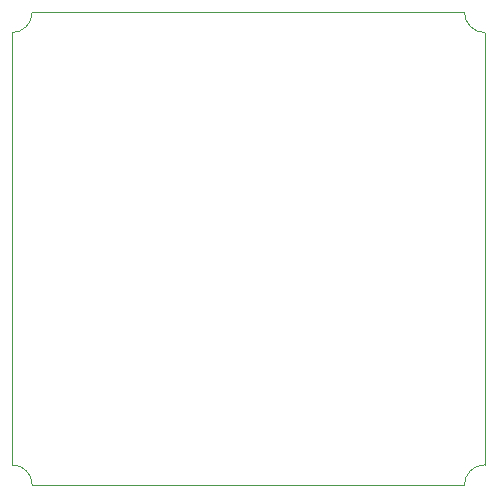
<source format=gbr>
%TF.GenerationSoftware,KiCad,Pcbnew,8.0.3*%
%TF.CreationDate,2024-07-12T17:44:37+02:00*%
%TF.ProjectId,CleanLVSupply,436c6561-6e4c-4565-9375-70706c792e6b,rev?*%
%TF.SameCoordinates,Original*%
%TF.FileFunction,Profile,NP*%
%FSLAX46Y46*%
G04 Gerber Fmt 4.6, Leading zero omitted, Abs format (unit mm)*
G04 Created by KiCad (PCBNEW 8.0.3) date 2024-07-12 17:44:37*
%MOMM*%
%LPD*%
G01*
G04 APERTURE LIST*
%TA.AperFunction,Profile*%
%ADD10C,0.050000*%
%TD*%
%TA.AperFunction,Profile*%
%ADD11C,0.100000*%
%TD*%
G04 APERTURE END LIST*
D10*
X131700000Y-80000000D02*
G75*
G02*
X130000000Y-81700000I-1700000J0D01*
G01*
X170000000Y-118300000D02*
X170000000Y-81700000D01*
D11*
X170000000Y-81700000D02*
G75*
G02*
X168300000Y-80000000I0J1700000D01*
G01*
D10*
X130000000Y-81700000D02*
X130000000Y-118300000D01*
X130000000Y-118300000D02*
G75*
G02*
X131700000Y-120000000I0J-1700000D01*
G01*
X168300000Y-120000000D02*
G75*
G02*
X170000000Y-118300000I1700000J0D01*
G01*
X131700000Y-120000000D02*
X168300000Y-120000000D01*
X168300000Y-80000000D02*
X131700000Y-80000000D01*
M02*

</source>
